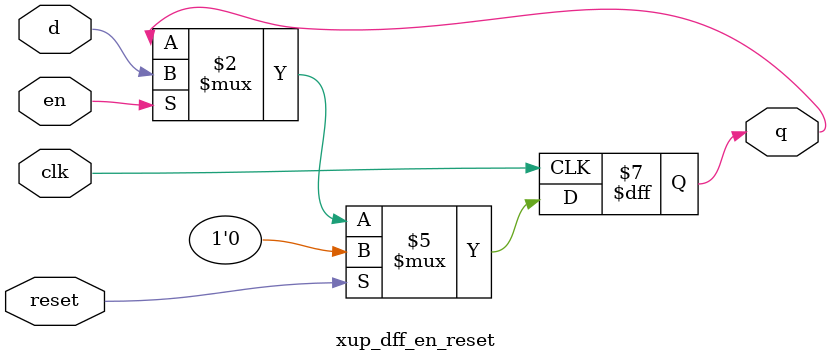
<source format=v>
`timescale 1ns / 1ps
module xup_dff_en_reset #(parameter DELAY = 3)(
    input d,
    input clk,
    input en,
    input reset,
    output q
    );
    reg q;
    
    always @(posedge clk)
    begin 
        if(reset)
            q<= #DELAY 0;
        else if(en)
            q<= #DELAY d;            
    end
    
endmodule

</source>
